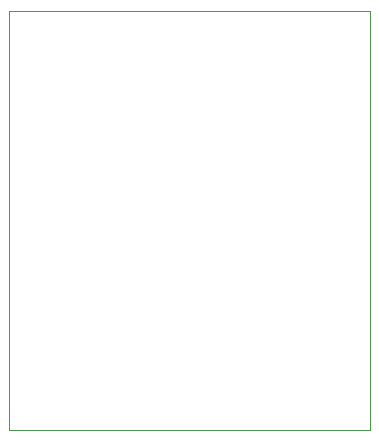
<source format=gm1>
G04 #@! TF.GenerationSoftware,KiCad,Pcbnew,8.0.1*
G04 #@! TF.CreationDate,2024-10-15T00:39:43+09:00*
G04 #@! TF.ProjectId,AltBoard2025,416c7442-6f61-4726-9432-3032352e6b69,rev?*
G04 #@! TF.SameCoordinates,Original*
G04 #@! TF.FileFunction,Profile,NP*
%FSLAX46Y46*%
G04 Gerber Fmt 4.6, Leading zero omitted, Abs format (unit mm)*
G04 Created by KiCad (PCBNEW 8.0.1) date 2024-10-15 00:39:43*
%MOMM*%
%LPD*%
G01*
G04 APERTURE LIST*
G04 #@! TA.AperFunction,Profile*
%ADD10C,0.050000*%
G04 #@! TD*
G04 APERTURE END LIST*
D10*
X115700000Y-18800000D02*
X146200000Y-18800000D01*
X146200000Y-54300000D01*
X115700000Y-54300000D01*
X115700000Y-18800000D01*
M02*

</source>
